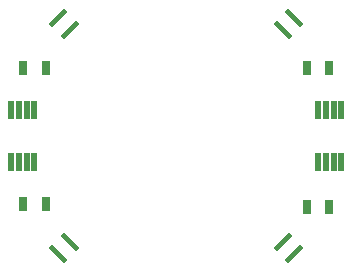
<source format=gbr>
%TF.GenerationSoftware,KiCad,Pcbnew,(6.0.7)*%
%TF.CreationDate,2022-10-08T17:42:11+02:00*%
%TF.ProjectId,Helios_PCB_receiver,48656c69-6f73-45f5-9043-425f72656365,rev?*%
%TF.SameCoordinates,Original*%
%TF.FileFunction,Paste,Top*%
%TF.FilePolarity,Positive*%
%FSLAX46Y46*%
G04 Gerber Fmt 4.6, Leading zero omitted, Abs format (unit mm)*
G04 Created by KiCad (PCBNEW (6.0.7)) date 2022-10-08 17:42:11*
%MOMM*%
%LPD*%
G01*
G04 APERTURE LIST*
G04 Aperture macros list*
%AMRotRect*
0 Rectangle, with rotation*
0 The origin of the aperture is its center*
0 $1 length*
0 $2 width*
0 $3 Rotation angle, in degrees counterclockwise*
0 Add horizontal line*
21,1,$1,$2,0,0,$3*%
G04 Aperture macros list end*
%ADD10R,0.500000X1.500000*%
%ADD11R,0.700000X1.300000*%
%ADD12RotRect,1.900000X0.400000X225.000000*%
%ADD13RotRect,1.900000X0.400000X45.000000*%
%ADD14RotRect,1.900000X0.400000X315.000000*%
%ADD15RotRect,1.900000X0.400000X135.000000*%
G04 APERTURE END LIST*
D10*
%TO.C,U1*%
X177025000Y-102200000D03*
X177675000Y-102200000D03*
X178325000Y-102200000D03*
X178975000Y-102200000D03*
X178975000Y-97800000D03*
X178325000Y-97800000D03*
X177675000Y-97800000D03*
X177025000Y-97800000D03*
%TD*%
D11*
%TO.C,R0*%
X153950000Y-94250000D03*
X152050000Y-94250000D03*
%TD*%
D12*
%TO.C,F2*%
X174994975Y-109994975D03*
X174005025Y-109005025D03*
%TD*%
D13*
%TO.C,F0*%
X155005025Y-90005025D03*
X155994975Y-90994975D03*
%TD*%
D11*
%TO.C,R3*%
X176050000Y-94250000D03*
X177950000Y-94250000D03*
%TD*%
D10*
%TO.C,U0*%
X152975000Y-97800000D03*
X152325000Y-97800000D03*
X151675000Y-97800000D03*
X151025000Y-97800000D03*
X151025000Y-102200000D03*
X151675000Y-102200000D03*
X152325000Y-102200000D03*
X152975000Y-102200000D03*
%TD*%
D14*
%TO.C,F3*%
X174994975Y-90005025D03*
X174005025Y-90994975D03*
%TD*%
D15*
%TO.C,F1*%
X155005025Y-109994975D03*
X155994975Y-109005025D03*
%TD*%
D11*
%TO.C,R2*%
X176050000Y-106000000D03*
X177950000Y-106000000D03*
%TD*%
%TO.C,R1*%
X153950000Y-105750000D03*
X152050000Y-105750000D03*
%TD*%
M02*

</source>
